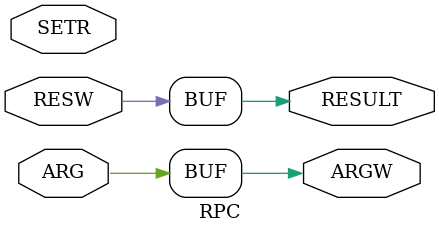
<source format=v>
module RPC(ARG, ARGW, RESULT, RESW, SETR);
   parameter widtha = 1;
   parameter widthr = 1;
            
// input                    CLK;
   input [widtha - 1 : 0]   ARG;
   output[widtha - 1 : 0]   ARGW;
   input [widthr - 1 : 0]   RESW;
   output[widthr - 1 : 0]   RESULT;
   input                    SETR;
   
   assign ARGW = ARG;
   assign RESULT = RESW;

endmodule

</source>
